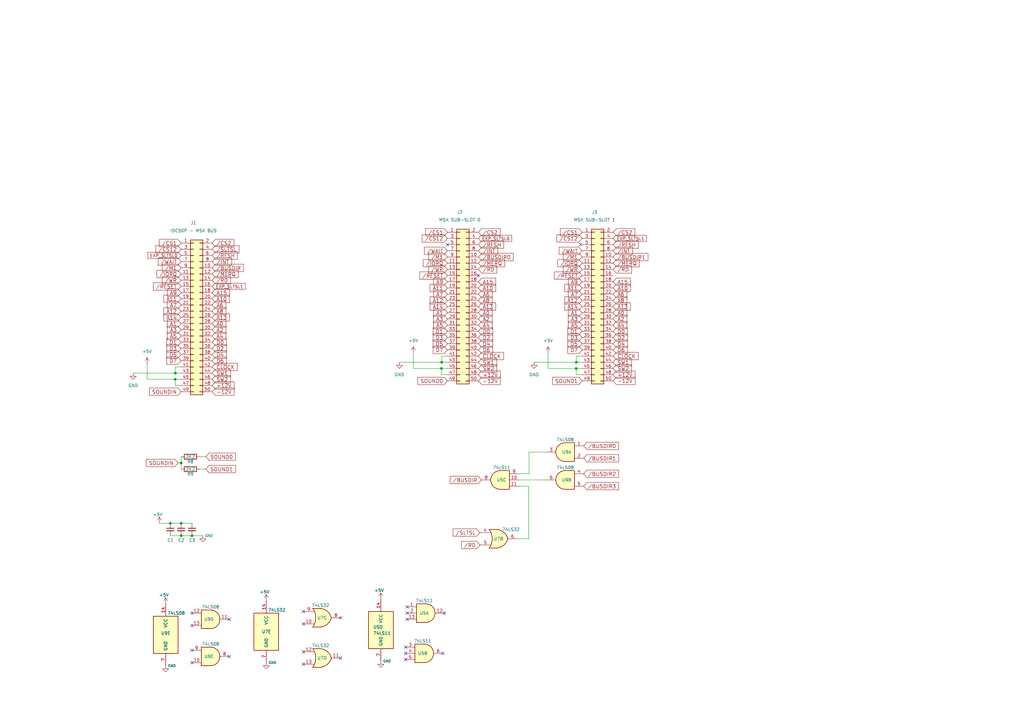
<source format=kicad_sch>
(kicad_sch (version 20211123) (generator eeschema)
  (paper "A3")
  (title_block (title "MSX Slot Expander X4") (date "2023-02-23") (rev "1") (company "RCC") (comment 1 "Schema 2: Expander"))
  (lib_symbols
    (symbol "74xx:74LS08" (pin_names (offset 1.016))
      (property "Reference" "U" (at 0 1.27 0))
      (property "Value" "74LS08" (at 0 -1.27 0))
      (symbol "74LS08_1_1"
        (pin input line (at -7.62 2.54 0) (length 3.81) (name "~") (number "1"))
        (pin input line (at -7.62 -2.54 0) (length 3.81) (name "~") (number "2"))
        (pin output line (at 7.62 0 180) (length 3.81) (name "~") (number "3"))
      )
      (symbol "74LS08_1_2"
        (pin input inverted (at -7.62 2.54 0) (length 4.318) (name "~") (number "1"))
        (pin input inverted (at -7.62 -2.54 0) (length 4.318) (name "~") (number "2"))
        (pin output inverted (at 7.62 0 180) (length 3.81) (name "~") (number "3"))
      )
      (symbol "74LS08_2_1"
        (pin input line (at -7.62 2.54 0) (length 3.81) (name "~") (number "4"))
        (pin input line (at -7.62 -2.54 0) (length 3.81) (name "~") (number "5"))
        (pin output line (at 7.62 0 180) (length 3.81) (name "~") (number "6"))
      )
      (symbol "74LS08_2_2"
        (pin input inverted (at -7.62 2.54 0) (length 4.318) (name "~") (number "4"))
        (pin input inverted (at -7.62 -2.54 0) (length 4.318) (name "~") (number "5"))
        (pin output inverted (at 7.62 0 180) (length 3.81) (name "~") (number "6"))
      )
      (symbol "74LS08_3_1"
        (pin input line (at -7.62 -2.54 0) (length 3.81) (name "~") (number "10"))
        (pin output line (at 7.62 0 180) (length 3.81) (name "~") (number "8"))
        (pin input line (at -7.62 2.54 0) (length 3.81) (name "~") (number "9"))
      )
      (symbol "74LS08_3_2"
        (pin input inverted (at -7.62 -2.54 0) (length 4.318) (name "~") (number "10"))
        (pin output inverted (at 7.62 0 180) (length 3.81) (name "~") (number "8"))
        (pin input inverted (at -7.62 2.54 0) (length 4.318) (name "~") (number "9"))
      )
      (symbol "74LS08_4_1"
        (pin output line (at 7.62 0 180) (length 3.81) (name "~") (number "11"))
        (pin input line (at -7.62 2.54 0) (length 3.81) (name "~") (number "12"))
        (pin input line (at -7.62 -2.54 0) (length 3.81) (name "~") (number "13"))
      )
      (symbol "74LS08_4_2"
        (pin output inverted (at 7.62 0 180) (length 3.81) (name "~") (number "11"))
        (pin input inverted (at -7.62 2.54 0) (length 4.318) (name "~") (number "12"))
        (pin input inverted (at -7.62 -2.54 0) (length 4.318) (name "~") (number "13"))
      )
      (symbol "74LS08_5_0"
        (pin power_in line (at 0 12.7 270) (length 5.08) (name "VCC") (number "14"))
        (pin power_in line (at 0 -12.7 90) (length 5.08) (name "GND") (number "7"))
      )
    )
    (symbol "74xx:74LS11" (pin_names (offset 1.016))
      (property "Reference" "U" (at 0 1.27 0))
      (property "Value" "74LS11" (at 0 -1.27 0))
      (symbol "74LS11_1_1"
        (pin input line (at -7.62 2.54 0) (length 3.81) (name "~") (number "1"))
        (pin output line (at 7.62 0 180) (length 3.81) (name "~") (number "12"))
        (pin input line (at -7.62 -2.54 0) (length 3.81) (name "~") (number "13"))
        (pin input line (at -7.62 0 0) (length 3.81) (name "~") (number "2"))
      )
      (symbol "74LS11_1_2"
        (pin input inverted (at -7.62 2.54 0) (length 4.318) (name "~") (number "1"))
        (pin output inverted (at 7.62 0 180) (length 3.81) (name "~") (number "12"))
        (pin input inverted (at -7.62 -2.54 0) (length 4.318) (name "~") (number "13"))
        (pin input inverted (at -7.62 0 0) (length 4.953) (name "~") (number "2"))
      )
      (symbol "74LS11_2_1"
        (pin input line (at -7.62 2.54 0) (length 3.81) (name "~") (number "3"))
        (pin input line (at -7.62 0 0) (length 3.81) (name "~") (number "4"))
        (pin input line (at -7.62 -2.54 0) (length 3.81) (name "~") (number "5"))
        (pin output line (at 7.62 0 180) (length 3.81) (name "~") (number "6"))
      )
      (symbol "74LS11_2_2"
        (pin input inverted (at -7.62 2.54 0) (length 4.318) (name "~") (number "3"))
        (pin input inverted (at -7.62 0 0) (length 4.953) (name "~") (number "4"))
        (pin input inverted (at -7.62 -2.54 0) (length 4.318) (name "~") (number "5"))
        (pin output inverted (at 7.62 0 180) (length 3.81) (name "~") (number "6"))
      )
      (symbol "74LS11_3_1"
        (pin input line (at -7.62 0 0) (length 3.81) (name "~") (number "10"))
        (pin input line (at -7.62 -2.54 0) (length 3.81) (name "~") (number "11"))
        (pin output line (at 7.62 0 180) (length 3.81) (name "~") (number "8"))
        (pin input line (at -7.62 2.54 0) (length 3.81) (name "~") (number "9"))
      )
      (symbol "74LS11_3_2"
        (pin input inverted (at -7.62 0 0) (length 4.953) (name "~") (number "10"))
        (pin input inverted (at -7.62 -2.54 0) (length 4.318) (name "~") (number "11"))
        (pin output inverted (at 7.62 0 180) (length 3.81) (name "~") (number "8"))
        (pin input inverted (at -7.62 2.54 0) (length 4.318) (name "~") (number "9"))
      )
      (symbol "74LS11_4_0"
        (pin power_in line (at 0 12.7 270) (length 5.08) (name "VCC") (number "14"))
        (pin power_in line (at 0 -12.7 90) (length 5.08) (name "GND") (number "7"))
      )
    )
    (symbol "74xx:74LS32" (pin_names (offset 1.016))
      (property "Reference" "U" (at 0 1.27 0))
      (property "Value" "74LS32" (at 0 -1.27 0))
      (symbol "74LS32_1_1"
        (pin input line (at -7.62 2.54 0) (length 4.318) (name "~") (number "1"))
        (pin input line (at -7.62 -2.54 0) (length 4.318) (name "~") (number "2"))
        (pin output line (at 7.62 0 180) (length 3.81) (name "~") (number "3"))
      )
      (symbol "74LS32_1_2"
        (pin input inverted (at -7.62 2.54 0) (length 3.81) (name "~") (number "1"))
        (pin input inverted (at -7.62 -2.54 0) (length 3.81) (name "~") (number "2"))
        (pin output inverted (at 7.62 0 180) (length 3.81) (name "~") (number "3"))
      )
      (symbol "74LS32_2_1"
        (pin input line (at -7.62 2.54 0) (length 4.318) (name "~") (number "4"))
        (pin input line (at -7.62 -2.54 0) (length 4.318) (name "~") (number "5"))
        (pin output line (at 7.62 0 180) (length 3.81) (name "~") (number "6"))
      )
      (symbol "74LS32_2_2"
        (pin input inverted (at -7.62 2.54 0) (length 3.81) (name "~") (number "4"))
        (pin input inverted (at -7.62 -2.54 0) (length 3.81) (name "~") (number "5"))
        (pin output inverted (at 7.62 0 180) (length 3.81) (name "~") (number "6"))
      )
      (symbol "74LS32_3_1"
        (pin input line (at -7.62 -2.54 0) (length 4.318) (name "~") (number "10"))
        (pin output line (at 7.62 0 180) (length 3.81) (name "~") (number "8"))
        (pin input line (at -7.62 2.54 0) (length 4.318) (name "~") (number "9"))
      )
      (symbol "74LS32_3_2"
        (pin input inverted (at -7.62 -2.54 0) (length 3.81) (name "~") (number "10"))
        (pin output inverted (at 7.62 0 180) (length 3.81) (name "~") (number "8"))
        (pin input inverted (at -7.62 2.54 0) (length 3.81) (name "~") (number "9"))
      )
      (symbol "74LS32_4_1"
        (pin output line (at 7.62 0 180) (length 3.81) (name "~") (number "11"))
        (pin input line (at -7.62 2.54 0) (length 4.318) (name "~") (number "12"))
        (pin input line (at -7.62 -2.54 0) (length 4.318) (name "~") (number "13"))
      )
      (symbol "74LS32_4_2"
        (pin output inverted (at 7.62 0 180) (length 3.81) (name "~") (number "11"))
        (pin input inverted (at -7.62 2.54 0) (length 3.81) (name "~") (number "12"))
        (pin input inverted (at -7.62 -2.54 0) (length 3.81) (name "~") (number "13"))
      )
      (symbol "74LS32_5_0"
        (pin power_in line (at 0 12.7 270) (length 5.08) (name "VCC") (number "14"))
        (pin power_in line (at 0 -12.7 90) (length 5.08) (name "GND") (number "7"))
      )
    )
    (symbol "MSXIOSlot-rescue:C_Small" (pin_numbers hide) (pin_names (offset 0.254) hide)
      (property "Reference" "C" (at 0.254 1.778 0))
      (property "Value" "C_Small" (at 0.254 -2.032 0))
      (symbol "C_Small_1_1"
        (pin passive line (at 0 2.54 270) (length 2.032) (name "~") (number "1"))
        (pin passive line (at 0 -2.54 90) (length 2.032) (name "~") (number "2"))
      )
    )
    (symbol "MSXIOSlot-rescue:Conn_02x25_Odd_Even" (pin_names (offset 1.016) hide)
      (property "Reference" "J" (at 1.27 33.02 0))
      (property "Value" "Conn_02x25_Odd_Even" (at 1.27 -33.02 0))
      (symbol "Conn_02x25_Odd_Even_1_1"
        (pin passive line (at -5.08 30.48 0) (length 3.81) (name "Pin_1") (number "1"))
        (pin passive line (at 7.62 20.32 180) (length 3.81) (name "Pin_10") (number "10"))
        (pin passive line (at -5.08 17.78 0) (length 3.81) (name "Pin_11") (number "11"))
        (pin passive line (at 7.62 17.78 180) (length 3.81) (name "Pin_12") (number "12"))
        (pin passive line (at -5.08 15.24 0) (length 3.81) (name "Pin_13") (number "13"))
        (pin passive line (at 7.62 15.24 180) (length 3.81) (name "Pin_14") (number "14"))
        (pin passive line (at -5.08 12.7 0) (length 3.81) (name "Pin_15") (number "15"))
        (pin passive line (at 7.62 12.7 180) (length 3.81) (name "Pin_16") (number "16"))
        (pin passive line (at -5.08 10.16 0) (length 3.81) (name "Pin_17") (number "17"))
        (pin passive line (at 7.62 10.16 180) (length 3.81) (name "Pin_18") (number "18"))
        (pin passive line (at -5.08 7.62 0) (length 3.81) (name "Pin_19") (number "19"))
        (pin passive line (at 7.62 30.48 180) (length 3.81) (name "Pin_2") (number "2"))
        (pin passive line (at 7.62 7.62 180) (length 3.81) (name "Pin_20") (number "20"))
        (pin passive line (at -5.08 5.08 0) (length 3.81) (name "Pin_21") (number "21"))
        (pin passive line (at 7.62 5.08 180) (length 3.81) (name "Pin_22") (number "22"))
        (pin passive line (at -5.08 2.54 0) (length 3.81) (name "Pin_23") (number "23"))
        (pin passive line (at 7.62 2.54 180) (length 3.81) (name "Pin_24") (number "24"))
        (pin passive line (at -5.08 0 0) (length 3.81) (name "Pin_25") (number "25"))
        (pin passive line (at 7.62 0 180) (length 3.81) (name "Pin_26") (number "26"))
        (pin passive line (at -5.08 -2.54 0) (length 3.81) (name "Pin_27") (number "27"))
        (pin passive line (at 7.62 -2.54 180) (length 3.81) (name "Pin_28") (number "28"))
        (pin passive line (at -5.08 -5.08 0) (length 3.81) (name "Pin_29") (number "29"))
        (pin passive line (at -5.08 27.94 0) (length 3.81) (name "Pin_3") (number "3"))
        (pin passive line (at 7.62 -5.08 180) (length 3.81) (name "Pin_30") (number "30"))
        (pin passive line (at -5.08 -7.62 0) (length 3.81) (name "Pin_31") (number "31"))
        (pin passive line (at 7.62 -7.62 180) (length 3.81) (name "Pin_32") (number "32"))
        (pin passive line (at -5.08 -10.16 0) (length 3.81) (name "Pin_33") (number "33"))
        (pin passive line (at 7.62 -10.16 180) (length 3.81) (name "Pin_34") (number "34"))
        (pin passive line (at -5.08 -12.7 0) (length 3.81) (name "Pin_35") (number "35"))
        (pin passive line (at 7.62 -12.7 180) (length 3.81) (name "Pin_36") (number "36"))
        (pin passive line (at -5.08 -15.24 0) (length 3.81) (name "Pin_37") (number "37"))
        (pin passive line (at 7.62 -15.24 180) (length 3.81) (name "Pin_38") (number "38"))
        (pin passive line (at -5.08 -17.78 0) (length 3.81) (name "Pin_39") (number "39"))
        (pin passive line (at 7.62 27.94 180) (length 3.81) (name "Pin_4") (number "4"))
        (pin passive line (at 7.62 -17.78 180) (length 3.81) (name "Pin_40") (number "40"))
        (pin passive line (at -5.08 -20.32 0) (length 3.81) (name "Pin_41") (number "41"))
        (pin passive line (at 7.62 -20.32 180) (length 3.81) (name "Pin_42") (number "42"))
        (pin passive line (at -5.08 -22.86 0) (length 3.81) (name "Pin_43") (number "43"))
        (pin passive line (at 7.62 -22.86 180) (length 3.81) (name "Pin_44") (number "44"))
        (pin passive line (at -5.08 -25.4 0) (length 3.81) (name "Pin_45") (number "45"))
        (pin passive line (at 7.62 -25.4 180) (length 3.81) (name "Pin_46") (number "46"))
        (pin passive line (at -5.08 -27.94 0) (length 3.81) (name "Pin_47") (number "47"))
        (pin passive line (at 7.62 -27.94 180) (length 3.81) (name "Pin_48") (number "48"))
        (pin passive line (at -5.08 -30.48 0) (length 3.81) (name "Pin_49") (number "49"))
        (pin passive line (at -5.08 25.4 0) (length 3.81) (name "Pin_5") (number "5"))
        (pin passive line (at 7.62 -30.48 180) (length 3.81) (name "Pin_50") (number "50"))
        (pin passive line (at 7.62 25.4 180) (length 3.81) (name "Pin_6") (number "6"))
        (pin passive line (at -5.08 22.86 0) (length 3.81) (name "Pin_7") (number "7"))
        (pin passive line (at 7.62 22.86 180) (length 3.81) (name "Pin_8") (number "8"))
        (pin passive line (at -5.08 20.32 0) (length 3.81) (name "Pin_9") (number "9"))
      )
    )
    (symbol "MSXIOSlot-rescue:R" (pin_numbers hide) (pin_names (offset 0))
      (property "Reference" "R" (at 2.032 0 90))
      (property "Value" "R" (at 0 0 90))
      (symbol "R_1_1"
        (pin passive line (at 0 3.81 270) (length 1.27) (name "~") (number "1"))
        (pin passive line (at 0 -3.81 90) (length 1.27) (name "~") (number "2"))
      )
    )
    (symbol "power:+5V" (power) (pin_names (offset 0))
      (property "Value" "+5V" (at 0 3.556 0))
      (symbol "+5V_1_1"
        (pin power_in line (at 0 0 90) (length 0) hide (name "+5V") (number "1"))
      )
    )
    (symbol "power:GND" (power) (pin_names (offset 0))
      (property "Value" "GND" (at 0 -3.81 0))
      (symbol "GND_1_1"
        (pin power_in line (at 0 0 270) (length 0) hide (name "GND") (number "1"))
      )
    )
  )
  (junction (at 69.85 214.63))
  (junction (at 71.8507 155.575))
  (junction (at 78.74 219.71))
  (junction (at 236.4042 148.59))
  (junction (at 181.1592 148.59))
  (junction (at 181.0707 151.13))
  (junction (at 236.3157 151.13))
  (junction (at 74.295 219.71))
  (junction (at 74.295 189.865))
  (junction (at 74.295 214.63))
  (junction (at 71.9392 153.035))
  (no_connect (at 124.46 272.415))
  (no_connect (at 139.7 269.875))
  (no_connect (at 238.125 100.33))
  (no_connect (at 124.46 255.905))
  (no_connect (at 183.515 100.33))
  (no_connect (at 196.215 113.03))
  (no_connect (at 93.98 269.24))
  (no_connect (at 124.46 267.335))
  (no_connect (at 78.74 251.46))
  (no_connect (at 78.74 256.54))
  (no_connect (at 93.98 254))
  (no_connect (at 167.005 248.92))
  (no_connect (at 167.005 251.46))
  (no_connect (at 167.005 254))
  (no_connect (at 181.61 267.97))
  (no_connect (at 182.245 251.46))
  (no_connect (at 166.37 265.43))
  (no_connect (at 166.37 267.97))
  (no_connect (at 166.37 270.51))
  (no_connect (at 124.46 250.825))
  (no_connect (at 139.7 253.365))
  (no_connect (at 78.74 271.78))
  (no_connect (at 78.74 266.7))
  (wire (pts (xy 54.61 153.035) (xy 71.9392 153.035)))
  (wire (pts (xy 60.325 155.575) (xy 71.8507 155.575)))
  (wire (pts (xy 74.295 189.865) (xy 74.295 192.405)))
  (wire (pts (xy 183.515 153.67) (xy 181.0707 153.67)))
  (wire (pts (xy 212.725 196.85) (xy 224.155 196.85)))
  (wire (pts (xy 74.295 214.63) (xy 78.74 214.63)))
  (wire (pts (xy 224.79 151.13) (xy 236.3157 151.13)))
  (wire (pts (xy 71.9392 150.495) (xy 71.9392 153.035)))
  (wire (pts (xy 84.455 187.325) (xy 81.915 187.325)))
  (wire (pts (xy 74.295 158.115) (xy 71.8507 158.115)))
  (wire (pts (xy 71.8507 155.575) (xy 74.295 155.575)))
  (wire (pts (xy 212.725 194.31) (xy 216.9656 194.31)))
  (wire (pts (xy 212.09 220.98) (xy 216.8918 220.98)))
  (wire (pts (xy 74.295 219.71) (xy 78.74 219.71)))
  (wire (pts (xy 169.545 151.13) (xy 181.0707 151.13)))
  (wire (pts (xy 74.295 189.865) (xy 73.025 189.865)))
  (wire (pts (xy 84.455 192.405) (xy 81.915 192.405)))
  (wire (pts (xy 74.295 187.325) (xy 74.295 189.865)))
  (wire (pts (xy 69.85 214.63) (xy 74.295 214.63)))
  (wire (pts (xy 71.9392 153.035) (xy 74.295 153.035)))
  (wire (pts (xy 216.8918 199.39) (xy 212.725 199.39)))
  (wire (pts (xy 216.8918 220.98) (xy 216.8918 199.39)))
  (wire (pts (xy 238.76 146.05) (xy 236.4042 146.05)))
  (wire (pts (xy 71.8507 158.115) (xy 71.8507 155.575)))
  (wire (pts (xy 236.4042 148.59) (xy 238.76 148.59)))
  (wire (pts (xy 238.76 153.67) (xy 236.3157 153.67)))
  (wire (pts (xy 169.545 144.78) (xy 169.545 151.13)))
  (wire (pts (xy 181.1592 148.59) (xy 183.515 148.59)))
  (wire (pts (xy 183.515 146.05) (xy 181.1592 146.05)))
  (wire (pts (xy 236.3157 153.67) (xy 236.3157 151.13)))
  (wire (pts (xy 163.83 148.59) (xy 181.1592 148.59)))
  (wire (pts (xy 69.85 219.71) (xy 74.295 219.71)))
  (wire (pts (xy 216.9656 185.42) (xy 224.155 185.42)))
  (wire (pts (xy 60.325 149.225) (xy 60.325 155.575)))
  (wire (pts (xy 219.075 148.59) (xy 236.4042 148.59)))
  (wire (pts (xy 65.405 214.63) (xy 69.85 214.63)))
  (wire (pts (xy 224.79 144.78) (xy 224.79 151.13)))
  (wire (pts (xy 74.295 150.495) (xy 71.9392 150.495)))
  (wire (pts (xy 181.1592 146.05) (xy 181.1592 148.59)))
  (wire (pts (xy 236.4042 146.05) (xy 236.4042 148.59)))
  (wire (pts (xy 216.9656 194.31) (xy 216.9656 185.42)))
  (wire (pts (xy 181.0707 151.13) (xy 183.515 151.13)))
  (wire (pts (xy 181.0707 153.67) (xy 181.0707 151.13)))
  (wire (pts (xy 78.74 219.71) (xy 83.185 219.71)))
  (wire (pts (xy 236.3157 151.13) (xy 238.76 151.13)))
  (global_label "/MERQ" (shape input) (at 86.995 112.395 0) (effects (font (size 1.524 1.524))) (property "Intersheet References" "${INTERSHEET_REFS}" (effects hide)))
  (global_label "A3" (shape input) (at 238.76 130.81 180) (effects (font (size 1.524 1.524))) (property "Intersheet References" "${INTERSHEET_REFS}" (effects hide)))
  (global_label "/BUSDIR" (shape input) (at 197.485 196.85 180) (effects (font (size 1.524 1.524))) (property "Intersheet References" "${INTERSHEET_REFS}" (effects hide)))
  (global_label "A5" (shape input) (at 74.295 137.795 180) (effects (font (size 1.524 1.524))) (property "Intersheet References" "${INTERSHEET_REFS}" (effects hide)))
  (global_label "/CS12" (shape input) (at 183.515 97.79 180) (effects (font (size 1.524 1.524))) (property "Intersheet References" "${INTERSHEET_REFS}" (effects hide)))
  (global_label "SOUNDIN" (shape input) (at 74.295 160.655 180) (effects (font (size 1.524 1.524))) (property "Intersheet References" "${INTERSHEET_REFS}" (effects hide)))
  (global_label "A5" (shape input) (at 238.76 133.35 180) (effects (font (size 1.524 1.524))) (property "Intersheet References" "${INTERSHEET_REFS}" (effects hide)))
  (global_label "A7" (shape input) (at 74.295 125.095 180) (effects (font (size 1.524 1.524))) (property "Intersheet References" "${INTERSHEET_REFS}" (effects hide)))
  (global_label "A9" (shape input) (at 238.76 115.57 180) (effects (font (size 1.524 1.524))) (property "Intersheet References" "${INTERSHEET_REFS}" (effects hide)))
  (global_label "D7" (shape input) (at 183.515 143.51 180) (effects (font (size 1.524 1.524))) (property "Intersheet References" "${INTERSHEET_REFS}" (effects hide)))
  (global_label "/IORQ" (shape input) (at 183.515 107.95 180) (effects (font (size 1.524 1.524))) (property "Intersheet References" "${INTERSHEET_REFS}" (effects hide)))
  (global_label "/IORQ" (shape input) (at 74.295 112.395 180) (effects (font (size 1.524 1.524))) (property "Intersheet References" "${INTERSHEET_REFS}" (effects hide)))
  (global_label "SOUND0" (shape input) (at 84.455 187.325 0) (effects (font (size 1.524 1.524))) (property "Intersheet References" "${INTERSHEET_REFS}" (effects hide)))
  (global_label "CLOCK" (shape input) (at 86.995 150.495 0) (effects (font (size 1.524 1.524))) (property "Intersheet References" "${INTERSHEET_REFS}" (effects hide)))
  (global_label "A1" (shape input) (at 238.76 128.27 180) (effects (font (size 1.524 1.524))) (property "Intersheet References" "${INTERSHEET_REFS}" (effects hide)))
  (global_label "A7" (shape input) (at 238.76 120.65 180) (effects (font (size 1.524 1.524))) (property "Intersheet References" "${INTERSHEET_REFS}" (effects hide)))
  (global_label "A6" (shape input) (at 86.995 125.095 0) (effects (font (size 1.524 1.524))) (property "Intersheet References" "${INTERSHEET_REFS}" (effects hide)))
  (global_label "D3" (shape input) (at 74.295 142.875 180) (effects (font (size 1.524 1.524))) (property "Intersheet References" "${INTERSHEET_REFS}" (effects hide)))
  (global_label "D1" (shape input) (at 238.76 135.89 180) (effects (font (size 1.524 1.524))) (property "Intersheet References" "${INTERSHEET_REFS}" (effects hide)))
  (global_label "/BUSDIR" (shape input) (at 86.995 109.855 0) (effects (font (size 1.524 1.524))) (property "Intersheet References" "${INTERSHEET_REFS}" (effects hide)))
  (global_label "D6" (shape input) (at 251.46 143.51 0) (effects (font (size 1.524 1.524))) (property "Intersheet References" "${INTERSHEET_REFS}" (effects hide)))
  (global_label "/INT" (shape input) (at 251.46 102.87 0) (effects (font (size 1.524 1.524))) (property "Intersheet References" "${INTERSHEET_REFS}" (effects hide)))
  (global_label "A14" (shape input) (at 183.515 125.73 180) (effects (font (size 1.524 1.524))) (property "Intersheet References" "${INTERSHEET_REFS}" (effects hide)))
  (global_label "/RFSH" (shape input) (at 196.215 100.33 0) (effects (font (size 1.524 1.524))) (property "Intersheet References" "${INTERSHEET_REFS}" (effects hide)))
  (global_label "/M1" (shape input) (at 74.295 109.855 180) (effects (font (size 1.524 1.524))) (property "Intersheet References" "${INTERSHEET_REFS}" (effects hide)))
  (global_label "/M1" (shape input) (at 183.515 105.41 180) (effects (font (size 1.524 1.524))) (property "Intersheet References" "${INTERSHEET_REFS}" (effects hide)))
  (global_label "CLOCK" (shape input) (at 251.46 146.05 0) (effects (font (size 1.524 1.524))) (property "Intersheet References" "${INTERSHEET_REFS}" (effects hide)))
  (global_label "A15" (shape input) (at 251.46 115.57 0) (effects (font (size 1.524 1.524))) (property "Intersheet References" "${INTERSHEET_REFS}" (effects hide)))
  (global_label "EXP_SLTSL0" (shape input) (at 74.295 104.775 180) (property "Intersheet References" "${INTERSHEET_REFS}" (effects hide)))
  (global_label "A7" (shape input) (at 183.515 120.65 180) (effects (font (size 1.524 1.524))) (property "Intersheet References" "${INTERSHEET_REFS}" (effects hide)))
  (global_label "A0" (shape input) (at 86.995 132.715 0) (effects (font (size 1.524 1.524))) (property "Intersheet References" "${INTERSHEET_REFS}" (effects hide)))
  (global_label "D6" (shape input) (at 86.995 147.955 0) (effects (font (size 1.524 1.524))) (property "Intersheet References" "${INTERSHEET_REFS}" (effects hide)))
  (global_label "/INT" (shape input) (at 196.215 102.87 0) (effects (font (size 1.524 1.524))) (property "Intersheet References" "${INTERSHEET_REFS}" (effects hide)))
  (global_label "{slash}RD" (shape input) (at 196.85 223.52 180) (effects (font (size 1.524 1.524))) (property "Intersheet References" "${INTERSHEET_REFS}" (effects hide)))
  (global_label "{slash}RD" (shape input) (at 86.995 114.935 0) (effects (font (size 1.524 1.524))) (property "Intersheet References" "${INTERSHEET_REFS}" (effects hide)))
  (global_label "{slash}BUSDIR0" (shape input) (at 196.215 105.41 0) (effects (font (size 1.524 1.524))) (property "Intersheet References" "${INTERSHEET_REFS}" (effects hide)))
  (global_label "A10" (shape input) (at 196.215 118.11 0) (effects (font (size 1.524 1.524))) (property "Intersheet References" "${INTERSHEET_REFS}" (effects hide)))
  (global_label "/WAIT" (shape input) (at 74.295 107.315 180) (effects (font (size 1.524 1.524))) (property "Intersheet References" "${INTERSHEET_REFS}" (effects hide)))
  (global_label "A5" (shape input) (at 183.515 133.35 180) (effects (font (size 1.524 1.524))) (property "Intersheet References" "${INTERSHEET_REFS}" (effects hide)))
  (global_label "A2" (shape input) (at 196.215 130.81 0) (effects (font (size 1.524 1.524))) (property "Intersheet References" "${INTERSHEET_REFS}" (effects hide)))
  (global_label "D5" (shape input) (at 183.515 140.97 180) (effects (font (size 1.524 1.524))) (property "Intersheet References" "${INTERSHEET_REFS}" (effects hide)))
  (global_label "A0" (shape input) (at 251.46 128.27 0) (effects (font (size 1.524 1.524))) (property "Intersheet References" "${INTERSHEET_REFS}" (effects hide)))
  (global_label "/SLTSL" (shape input) (at 196.85 218.44 180) (effects (font (size 1.524 1.524))) (property "Intersheet References" "${INTERSHEET_REFS}" (effects hide)))
  (global_label "+12V" (shape input) (at 86.995 158.115 0) (effects (font (size 1.524 1.524))) (property "Intersheet References" "${INTERSHEET_REFS}" (effects hide)))
  (global_label "D4" (shape input) (at 196.215 140.97 0) (effects (font (size 1.524 1.524))) (property "Intersheet References" "${INTERSHEET_REFS}" (effects hide)))
  (global_label "/RESET" (shape input) (at 238.76 113.03 180) (effects (font (size 1.524 1.524))) (property "Intersheet References" "${INTERSHEET_REFS}" (effects hide)))
  (global_label "/WAIT" (shape input) (at 183.515 102.87 180) (effects (font (size 1.524 1.524))) (property "Intersheet References" "${INTERSHEET_REFS}" (effects hide)))
  (global_label "A13" (shape input) (at 251.46 125.73 0) (effects (font (size 1.524 1.524))) (property "Intersheet References" "${INTERSHEET_REFS}" (effects hide)))
  (global_label "A14" (shape input) (at 238.76 125.73 180) (effects (font (size 1.524 1.524))) (property "Intersheet References" "${INTERSHEET_REFS}" (effects hide)))
  (global_label "D3" (shape input) (at 183.515 138.43 180) (effects (font (size 1.524 1.524))) (property "Intersheet References" "${INTERSHEET_REFS}" (effects hide)))
  (global_label "D5" (shape input) (at 74.295 145.415 180) (effects (font (size 1.524 1.524))) (property "Intersheet References" "${INTERSHEET_REFS}" (effects hide)))
  (global_label "A14" (shape input) (at 74.295 130.175 180) (effects (font (size 1.524 1.524))) (property "Intersheet References" "${INTERSHEET_REFS}" (effects hide)))
  (global_label "/WR" (shape input) (at 183.515 110.49 180) (effects (font (size 1.524 1.524))) (property "Intersheet References" "${INTERSHEET_REFS}" (effects hide)))
  (global_label "A12" (shape input) (at 74.295 127.635 180) (effects (font (size 1.524 1.524))) (property "Intersheet References" "${INTERSHEET_REFS}" (effects hide)))
  (global_label "/M1" (shape input) (at 238.76 105.41 180) (effects (font (size 1.524 1.524))) (property "Intersheet References" "${INTERSHEET_REFS}" (effects hide)))
  (global_label "/WAIT" (shape input) (at 238.76 102.87 180) (effects (font (size 1.524 1.524))) (property "Intersheet References" "${INTERSHEET_REFS}" (effects hide)))
  (global_label "D2" (shape input) (at 251.46 138.43 0) (effects (font (size 1.524 1.524))) (property "Intersheet References" "${INTERSHEET_REFS}" (effects hide)))
  (global_label "D4" (shape input) (at 86.995 145.415 0) (effects (font (size 1.524 1.524))) (property "Intersheet References" "${INTERSHEET_REFS}" (effects hide)))
  (global_label "A4" (shape input) (at 251.46 133.35 0) (effects (font (size 1.524 1.524))) (property "Intersheet References" "${INTERSHEET_REFS}" (effects hide)))
  (global_label "-12V" (shape input) (at 251.46 156.21 0) (effects (font (size 1.524 1.524))) (property "Intersheet References" "${INTERSHEET_REFS}" (effects hide)))
  (global_label "/INT" (shape input) (at 86.995 107.315 0) (effects (font (size 1.524 1.524))) (property "Intersheet References" "${INTERSHEET_REFS}" (effects hide)))
  (global_label "{slash}BUSDIR0" (shape input) (at 239.395 182.88 0) (effects (font (size 1.524 1.524))) (property "Intersheet References" "${INTERSHEET_REFS}" (effects hide)))
  (global_label "A13" (shape input) (at 196.215 125.73 0) (effects (font (size 1.524 1.524))) (property "Intersheet References" "${INTERSHEET_REFS}" (effects hide)))
  (global_label "{slash}RD" (shape input) (at 196.215 110.49 0) (effects (font (size 1.524 1.524))) (property "Intersheet References" "${INTERSHEET_REFS}" (effects hide)))
  (global_label "/MERQ" (shape input) (at 196.215 107.95 0) (effects (font (size 1.524 1.524))) (property "Intersheet References" "${INTERSHEET_REFS}" (effects hide)))
  (global_label "D7" (shape input) (at 74.295 147.955 180) (effects (font (size 1.524 1.524))) (property "Intersheet References" "${INTERSHEET_REFS}" (effects hide)))
  (global_label "SW1" (shape input) (at 196.215 148.59 0) (effects (font (size 1.524 1.524))) (property "Intersheet References" "${INTERSHEET_REFS}" (effects hide)))
  (global_label "/SLTSL" (shape input) (at 86.995 102.235 0) (effects (font (size 1.524 1.524))) (property "Intersheet References" "${INTERSHEET_REFS}" (effects hide)))
  (global_label "EXP_SLTSL1" (shape input) (at 251.46 97.79 0) (property "Intersheet References" "${INTERSHEET_REFS}" (effects hide)))
  (global_label "/RESET" (shape input) (at 74.295 117.475 180) (effects (font (size 1.524 1.524))) (property "Intersheet References" "${INTERSHEET_REFS}" (effects hide)))
  (global_label "-12V" (shape input) (at 86.995 160.655 0) (effects (font (size 1.524 1.524))) (property "Intersheet References" "${INTERSHEET_REFS}" (effects hide)))
  (global_label "D1" (shape input) (at 74.295 140.335 180) (effects (font (size 1.524 1.524))) (property "Intersheet References" "${INTERSHEET_REFS}" (effects hide)))
  (global_label "SW1" (shape input) (at 86.995 153.035 0) (effects (font (size 1.524 1.524))) (property "Intersheet References" "${INTERSHEET_REFS}" (effects hide)))
  (global_label "A11" (shape input) (at 238.76 118.11 180) (effects (font (size 1.524 1.524))) (property "Intersheet References" "${INTERSHEET_REFS}" (effects hide)))
  (global_label "D6" (shape input) (at 196.215 143.51 0) (effects (font (size 1.524 1.524))) (property "Intersheet References" "${INTERSHEET_REFS}" (effects hide)))
  (global_label "D0" (shape input) (at 196.215 135.89 0) (effects (font (size 1.524 1.524))) (property "Intersheet References" "${INTERSHEET_REFS}" (effects hide)))
  (global_label "A9" (shape input) (at 183.515 115.57 180) (effects (font (size 1.524 1.524))) (property "Intersheet References" "${INTERSHEET_REFS}" (effects hide)))
  (global_label "A8" (shape input) (at 251.46 123.19 0) (effects (font (size 1.524 1.524))) (property "Intersheet References" "${INTERSHEET_REFS}" (effects hide)))
  (global_label "-12V" (shape input) (at 196.215 156.21 0) (effects (font (size 1.524 1.524))) (property "Intersheet References" "${INTERSHEET_REFS}" (effects hide)))
  (global_label "D4" (shape input) (at 251.46 140.97 0) (effects (font (size 1.524 1.524))) (property "Intersheet References" "${INTERSHEET_REFS}" (effects hide)))
  (global_label "A10" (shape input) (at 86.995 122.555 0) (effects (font (size 1.524 1.524))) (property "Intersheet References" "${INTERSHEET_REFS}" (effects hide)))
  (global_label "{slash}BUSDIR2" (shape input) (at 239.395 194.31 0) (effects (font (size 1.524 1.524))) (property "Intersheet References" "${INTERSHEET_REFS}" (effects hide)))
  (global_label "/RFSH" (shape input) (at 251.46 100.33 0) (effects (font (size 1.524 1.524))) (property "Intersheet References" "${INTERSHEET_REFS}" (effects hide)))
  (global_label "D0" (shape input) (at 251.46 135.89 0) (effects (font (size 1.524 1.524))) (property "Intersheet References" "${INTERSHEET_REFS}" (effects hide)))
  (global_label "/CS1" (shape input) (at 74.295 99.695 180) (effects (font (size 1.524 1.524))) (property "Intersheet References" "${INTERSHEET_REFS}" (effects hide)))
  (global_label "A6" (shape input) (at 196.215 120.65 0) (effects (font (size 1.524 1.524))) (property "Intersheet References" "${INTERSHEET_REFS}" (effects hide)))
  (global_label "{slash}BUSDIR1" (shape input) (at 239.395 187.96 0) (effects (font (size 1.524 1.524))) (property "Intersheet References" "${INTERSHEET_REFS}" (effects hide)))
  (global_label "A11" (shape input) (at 74.295 122.555 180) (effects (font (size 1.524 1.524))) (property "Intersheet References" "${INTERSHEET_REFS}" (effects hide)))
  (global_label "D5" (shape input) (at 238.76 140.97 180) (effects (font (size 1.524 1.524))) (property "Intersheet References" "${INTERSHEET_REFS}" (effects hide)))
  (global_label "/IORQ" (shape input) (at 238.76 107.95 180) (effects (font (size 1.524 1.524))) (property "Intersheet References" "${INTERSHEET_REFS}" (effects hide)))
  (global_label "A2" (shape input) (at 86.995 135.255 0) (effects (font (size 1.524 1.524))) (property "Intersheet References" "${INTERSHEET_REFS}" (effects hide)))
  (global_label "SOUND1" (shape input) (at 238.76 156.21 180) (effects (font (size 1.524 1.524))) (property "Intersheet References" "${INTERSHEET_REFS}" (effects hide)))
  (global_label "A0" (shape input) (at 196.215 128.27 0) (effects (font (size 1.524 1.524))) (property "Intersheet References" "${INTERSHEET_REFS}" (effects hide)))
  (global_label "/RESET" (shape input) (at 183.515 113.03 180) (effects (font (size 1.524 1.524))) (property "Intersheet References" "${INTERSHEET_REFS}" (effects hide)))
  (global_label "{slash}BUSDIR1" (shape input) (at 251.46 105.41 0) (effects (font (size 1.524 1.524))) (property "Intersheet References" "${INTERSHEET_REFS}" (effects hide)))
  (global_label "/CS12" (shape input) (at 238.76 97.79 180) (effects (font (size 1.524 1.524))) (property "Intersheet References" "${INTERSHEET_REFS}" (effects hide)))
  (global_label "/CS1" (shape input) (at 238.76 95.25 180) (effects (font (size 1.524 1.524))) (property "Intersheet References" "${INTERSHEET_REFS}" (effects hide)))
  (global_label "/RFSH" (shape input) (at 86.995 104.775 0) (effects (font (size 1.524 1.524))) (property "Intersheet References" "${INTERSHEET_REFS}" (effects hide)))
  (global_label "A6" (shape input) (at 251.46 120.65 0) (effects (font (size 1.524 1.524))) (property "Intersheet References" "${INTERSHEET_REFS}" (effects hide)))
  (global_label "/CS1" (shape input) (at 183.515 95.25 180) (effects (font (size 1.524 1.524))) (property "Intersheet References" "${INTERSHEET_REFS}" (effects hide)))
  (global_label "CLOCK" (shape input) (at 196.215 146.05 0) (effects (font (size 1.524 1.524))) (property "Intersheet References" "${INTERSHEET_REFS}" (effects hide)))
  (global_label "D2" (shape input) (at 196.215 138.43 0) (effects (font (size 1.524 1.524))) (property "Intersheet References" "${INTERSHEET_REFS}" (effects hide)))
  (global_label "/CS2" (shape input) (at 86.995 99.695 0) (effects (font (size 1.524 1.524))) (property "Intersheet References" "${INTERSHEET_REFS}" (effects hide)))
  (global_label "SW2" (shape input) (at 196.215 151.13 0) (effects (font (size 1.524 1.524))) (property "Intersheet References" "${INTERSHEET_REFS}" (effects hide)))
  (global_label "/CS2" (shape input) (at 196.215 95.25 0) (effects (font (size 1.524 1.524))) (property "Intersheet References" "${INTERSHEET_REFS}" (effects hide)))
  (global_label "/WR" (shape input) (at 238.76 110.49 180) (effects (font (size 1.524 1.524))) (property "Intersheet References" "${INTERSHEET_REFS}" (effects hide)))
  (global_label "A2" (shape input) (at 251.46 130.81 0) (effects (font (size 1.524 1.524))) (property "Intersheet References" "${INTERSHEET_REFS}" (effects hide)))
  (global_label "SOUND1" (shape input) (at 84.455 192.405 0) (effects (font (size 1.524 1.524))) (property "Intersheet References" "${INTERSHEET_REFS}" (effects hide)))
  (global_label "{slash}BUSDIR3" (shape input) (at 239.395 199.39 0) (effects (font (size 1.524 1.524))) (property "Intersheet References" "${INTERSHEET_REFS}" (effects hide)))
  (global_label "/MERQ" (shape input) (at 251.46 107.95 0) (effects (font (size 1.524 1.524))) (property "Intersheet References" "${INTERSHEET_REFS}" (effects hide)))
  (global_label "A15" (shape input) (at 86.995 120.015 0) (effects (font (size 1.524 1.524))) (property "Intersheet References" "${INTERSHEET_REFS}" (effects hide)))
  (global_label "/CS12" (shape input) (at 74.295 102.235 180) (effects (font (size 1.524 1.524))) (property "Intersheet References" "${INTERSHEET_REFS}" (effects hide)))
  (global_label "A8" (shape input) (at 196.215 123.19 0) (effects (font (size 1.524 1.524))) (property "Intersheet References" "${INTERSHEET_REFS}" (effects hide)))
  (global_label "A12" (shape input) (at 183.515 123.19 180) (effects (font (size 1.524 1.524))) (property "Intersheet References" "${INTERSHEET_REFS}" (effects hide)))
  (global_label "{slash}RD" (shape input) (at 251.46 110.49 0) (effects (font (size 1.524 1.524))) (property "Intersheet References" "${INTERSHEET_REFS}" (effects hide)))
  (global_label "A4" (shape input) (at 196.215 133.35 0) (effects (font (size 1.524 1.524))) (property "Intersheet References" "${INTERSHEET_REFS}" (effects hide)))
  (global_label "A3" (shape input) (at 183.515 130.81 180) (effects (font (size 1.524 1.524))) (property "Intersheet References" "${INTERSHEET_REFS}" (effects hide)))
  (global_label "+12V" (shape input) (at 251.46 153.67 0) (effects (font (size 1.524 1.524))) (property "Intersheet References" "${INTERSHEET_REFS}" (effects hide)))
  (global_label "D0" (shape input) (at 86.995 140.335 0) (effects (font (size 1.524 1.524))) (property "Intersheet References" "${INTERSHEET_REFS}" (effects hide)))
  (global_label "A15" (shape input) (at 196.215 115.57 0) (effects (font (size 1.524 1.524))) (property "Intersheet References" "${INTERSHEET_REFS}" (effects hide)))
  (global_label "A4" (shape input) (at 86.995 137.795 0) (effects (font (size 1.524 1.524))) (property "Intersheet References" "${INTERSHEET_REFS}" (effects hide)))
  (global_label "A13" (shape input) (at 86.995 130.175 0) (effects (font (size 1.524 1.524))) (property "Intersheet References" "${INTERSHEET_REFS}" (effects hide)))
  (global_label "SW2" (shape input) (at 86.995 155.575 0) (effects (font (size 1.524 1.524))) (property "Intersheet References" "${INTERSHEET_REFS}" (effects hide)))
  (global_label "A12" (shape input) (at 238.76 123.19 180) (effects (font (size 1.524 1.524))) (property "Intersheet References" "${INTERSHEET_REFS}" (effects hide)))
  (global_label "D7" (shape input) (at 238.76 143.51 180) (effects (font (size 1.524 1.524))) (property "Intersheet References" "${INTERSHEET_REFS}" (effects hide)))
  (global_label "A9" (shape input) (at 74.295 120.015 180) (effects (font (size 1.524 1.524))) (property "Intersheet References" "${INTERSHEET_REFS}" (effects hide)))
  (global_label "EXP_SLTSL1" (shape input) (at 86.995 117.475 0) (property "Intersheet References" "${INTERSHEET_REFS}" (effects hide)))
  (global_label "SW2" (shape input) (at 251.46 151.13 0) (effects (font (size 1.524 1.524))) (property "Intersheet References" "${INTERSHEET_REFS}" (effects hide)))
  (global_label "/WR" (shape input) (at 74.295 114.935 180) (effects (font (size 1.524 1.524))) (property "Intersheet References" "${INTERSHEET_REFS}" (effects hide)))
  (global_label "/CS2" (shape input) (at 251.46 95.25 0) (effects (font (size 1.524 1.524))) (property "Intersheet References" "${INTERSHEET_REFS}" (effects hide)))
  (global_label "D3" (shape input) (at 238.76 138.43 180) (effects (font (size 1.524 1.524))) (property "Intersheet References" "${INTERSHEET_REFS}" (effects hide)))
  (global_label "SOUNDIN" (shape input) (at 73.025 189.865 180) (effects (font (size 1.524 1.524))) (property "Intersheet References" "${INTERSHEET_REFS}" (effects hide)))
  (global_label "D2" (shape input) (at 86.995 142.875 0) (effects (font (size 1.524 1.524))) (property "Intersheet References" "${INTERSHEET_REFS}" (effects hide)))
  (global_label "A8" (shape input) (at 86.995 127.635 0) (effects (font (size 1.524 1.524))) (property "Intersheet References" "${INTERSHEET_REFS}" (effects hide)))
  (global_label "D1" (shape input) (at 183.515 135.89 180) (effects (font (size 1.524 1.524))) (property "Intersheet References" "${INTERSHEET_REFS}" (effects hide)))
  (global_label "SOUND0" (shape input) (at 183.515 156.21 180) (effects (font (size 1.524 1.524))) (property "Intersheet References" "${INTERSHEET_REFS}" (effects hide)))
  (global_label "A11" (shape input) (at 183.515 118.11 180) (effects (font (size 1.524 1.524))) (property "Intersheet References" "${INTERSHEET_REFS}" (effects hide)))
  (global_label "+12V" (shape input) (at 196.215 153.67 0) (effects (font (size 1.524 1.524))) (property "Intersheet References" "${INTERSHEET_REFS}" (effects hide)))
  (global_label "EXP_SLTSL0" (shape input) (at 196.215 97.79 0) (property "Intersheet References" "${INTERSHEET_REFS}" (effects hide)))
  (global_label "A10" (shape input) (at 251.46 118.11 0) (effects (font (size 1.524 1.524))) (property "Intersheet References" "${INTERSHEET_REFS}" (effects hide)))
  (global_label "SW1" (shape input) (at 251.46 148.59 0) (effects (font (size 1.524 1.524))) (property "Intersheet References" "${INTERSHEET_REFS}" (effects hide)))
  (global_label "A3" (shape input) (at 74.295 135.255 180) (effects (font (size 1.524 1.524))) (property "Intersheet References" "${INTERSHEET_REFS}" (effects hide)))
  (global_label "A1" (shape input) (at 183.515 128.27 180) (effects (font (size 1.524 1.524))) (property "Intersheet References" "${INTERSHEET_REFS}" (effects hide)))
  (global_label "A1" (shape input) (at 74.295 132.715 180) (effects (font (size 1.524 1.524))) (property "Intersheet References" "${INTERSHEET_REFS}" (effects hide)))
  (symbol (lib_id "MSXIOSlot-rescue:Conn_02x25_Odd_Even") (at 79.375 130.175 0) (unit 1)
    (property "Reference" "J1" (at 79.375 91.44 0))
    (property "Value" "IDC50P - MSX BUS" (at 79.375 94.615 0))
    (property "Footprint" "Connector_IDC:IDC-Header_2x25_P2.54mm_Vertical" (effects hide))
  )
  (symbol (lib_id "MSXIOSlot-rescue:R") (at 78.105 187.325 270) (unit 1)
    (property "Reference" "R8" (at 78.105 189.357 90))
    (property "Value" "2K2" (at 78.105 187.325 90))
    (property "Footprint" "Resistors_THT:R_Axial_DIN0207_L6.3mm_D2.5mm_P7.62mm_Horizontal" (effects hide))
  )
  (symbol (lib_id "MSXIOSlot-rescue:R") (at 78.105 192.405 270) (unit 1)
    (property "Reference" "R9" (at 78.105 194.437 90))
    (property "Value" "2K2" (at 78.105 192.405 90))
    (property "Footprint" "Resistors_THT:R_Axial_DIN0207_L6.3mm_D2.5mm_P7.62mm_Horizontal" (effects hide))
  )
  (symbol (lib_id "74xx:74LS08") (at 86.36 269.24 0) (unit 3)
    (property "Reference" "U9" (at 85.725 269.24 0))
    (property "Value" "74LS08" (at 86.36 264.16 0))
    (property "Footprint" "Package_DIP:DIP-14_W7.62mm" (effects hide))
    (property "Datasheet" "http://www.ti.com/lit/gpn/sn74LS08" (effects hide))
  )
  (symbol (lib_id "power:GND") (at 219.075 148.59 0) (unit 1)
    (property "Reference" "#PWR0116" (effects hide))
    (property "Value" "GND" (at 219.075 153.67 0))
  )
  (symbol (lib_id "MSXIOSlot-rescue:C_Small") (at 78.74 217.17 0) (unit 1)
    (property "Reference" "C3" (at 77.47 221.615 0) (effects (justify left)))
    (property "Value" "0.1" (effects hide))
    (property "Footprint" "Capacitor_THT:C_Disc_D5.0mm_W2.5mm_P5.00mm" (effects hide))
  )
  (symbol (lib_id "power:+5V") (at 169.545 144.78 0) (unit 1)
    (property "Reference" "#PWR0118" (effects hide))
    (property "Value" "+5V" (at 169.545 139.7 0))
  )
  (symbol (lib_id "74xx:74LS11") (at 173.99 267.97 0) (unit 2)
    (property "Reference" "U5" (at 173.355 267.97 0))
    (property "Value" "74LS11" (at 173.355 262.89 0))
    (property "Footprint" "Package_DIP:DIP-14_W7.62mm" (effects hide))
    (property "Datasheet" "http://www.ti.com/lit/gpn/sn74LS11" (effects hide))
  )
  (symbol (lib_id "74xx:74LS32") (at 132.08 269.875 0) (unit 4)
    (property "Reference" "U7" (at 132.08 269.875 0))
    (property "Value" "74LS32" (at 131.445 264.795 0))
    (property "Footprint" "Package_DIP:DIP-14_W7.62mm" (effects hide))
    (property "Datasheet" "http://www.ti.com/lit/gpn/sn74LS32" (effects hide))
  )
  (symbol (lib_id "74xx:74LS08") (at 231.775 185.42 0) (mirror y) (unit 1)
    (property "Reference" "U9" (at 232.41 185.42 0))
    (property "Value" "74LS08" (at 231.775 180.34 0))
    (property "Footprint" "Package_DIP:DIP-14_W7.62mm" (effects hide))
    (property "Datasheet" "http://www.ti.com/lit/gpn/sn74LS08" (effects hide))
  )
  (symbol (lib_id "MSXIOSlot-rescue:C_Small") (at 74.295 217.17 0) (unit 1)
    (property "Reference" "C2" (at 73.025 221.615 0) (effects (justify left)))
    (property "Value" "0.1" (effects hide))
    (property "Footprint" "Capacitor_THT:C_Disc_D5.0mm_W2.5mm_P5.00mm" (effects hide))
  )
  (symbol (lib_id "power:+5V") (at 156.21 245.745 0) (unit 1)
    (property "Reference" "#PWR0101" (effects hide))
    (property "Value" "+5V" (at 157.5498 242.1375 0) (effects (justify right)))
  )
  (symbol (lib_id "MSXIOSlot-rescue:Conn_02x25_Odd_Even") (at 243.84 125.73 0) (unit 1)
    (property "Reference" "J3" (at 243.84 86.995 0))
    (property "Value" "MSX SUB-SLOT 1" (at 243.84 90.17 0))
    (property "Footprint" "Roni Footprints:50_pin_edge_female" (effects hide))
  )
  (symbol (lib_id "74xx:74LS11") (at 156.21 258.445 0) (unit 4)
    (property "Reference" "U5" (at 153.035 257.175 0) (effects (justify left)))
    (property "Value" "74LS11" (at 153.035 259.715 0) (effects (justify left)))
    (property "Footprint" "Package_DIP:DIP-14_W7.62mm" (effects hide))
    (property "Datasheet" "http://www.ti.com/lit/gpn/sn74LS11" (effects hide))
  )
  (symbol (lib_id "74xx:74LS32") (at 204.47 220.98 0) (unit 2)
    (property "Reference" "U7" (at 204.47 220.98 0))
    (property "Value" "74LS32" (at 209.55 217.17 0))
    (property "Footprint" "Package_DIP:DIP-14_W7.62mm" (effects hide))
    (property "Datasheet" "http://www.ti.com/lit/gpn/sn74LS32" (effects hide))
  )
  (symbol (lib_id "74xx:74LS32") (at 132.08 253.365 0) (unit 3)
    (property "Reference" "U7" (at 132.08 253.365 0))
    (property "Value" "74LS32" (at 131.445 248.285 0))
    (property "Footprint" "Package_DIP:DIP-14_W7.62mm" (effects hide))
    (property "Datasheet" "http://www.ti.com/lit/gpn/sn74LS32" (effects hide))
  )
  (symbol (lib_id "power:GND") (at 156.21 271.145 0) (unit 1)
    (property "Reference" "#PWR0102" (effects hide))
    (property "Value" "GND" (at 158.75 271.145 0) (effects (font (size 1 1))))
  )
  (symbol (lib_id "power:GND") (at 67.945 273.05 0) (unit 1)
    (property "Reference" "#PWR05" (effects hide))
    (property "Value" "GND" (at 70.485 273.05 0) (effects (font (size 1 1))))
  )
  (symbol (lib_id "MSXIOSlot-rescue:Conn_02x25_Odd_Even") (at 188.595 125.73 0) (unit 1)
    (property "Reference" "J2" (at 188.595 86.995 0))
    (property "Value" "MSX SUB-SLOT 0" (at 188.595 90.17 0))
    (property "Footprint" "Roni Footprints:50_pin_edge_female" (effects hide))
  )
  (symbol (lib_id "74xx:74LS08") (at 67.945 260.35 0) (unit 5)
    (property "Reference" "U9" (at 66.04 259.715 0) (effects (justify left)))
    (property "Value" "74LS08" (at 68.58 251.46 0) (effects (justify left)))
    (property "Footprint" "Package_DIP:DIP-14_W7.62mm" (effects hide))
    (property "Datasheet" "http://www.ti.com/lit/gpn/sn74LS08" (effects hide))
  )
  (symbol (lib_id "74xx:74LS32") (at 109.22 259.08 0) (unit 5)
    (property "Reference" "U7" (at 107.315 259.08 0) (effects (justify left)))
    (property "Value" "74LS32" (at 109.855 250.19 0) (effects (justify left)))
    (property "Footprint" "Package_DIP:DIP-14_W7.62mm" (effects hide))
    (property "Datasheet" "http://www.ti.com/lit/gpn/sn74LS32" (effects hide))
  )
  (symbol (lib_id "MSXIOSlot-rescue:C_Small") (at 69.85 217.17 0) (unit 1)
    (property "Reference" "C1" (at 68.58 221.615 0) (effects (justify left)))
    (property "Value" "0.1" (effects hide))
    (property "Footprint" "Capacitor_THT:C_Disc_D5.0mm_W2.5mm_P5.00mm" (effects hide))
  )
  (symbol (lib_id "74xx:74LS11") (at 205.105 196.85 0) (mirror y) (unit 3)
    (property "Reference" "U5" (at 205.74 196.85 0))
    (property "Value" "74LS11" (at 205.74 191.77 0))
    (property "Footprint" "Package_DIP:DIP-14_W7.62mm" (effects hide))
    (property "Datasheet" "http://www.ti.com/lit/gpn/sn74LS11" (effects hide))
  )
  (symbol (lib_id "power:GND") (at 54.61 153.035 0) (unit 1)
    (property "Reference" "#PWR0114" (effects hide))
    (property "Value" "GND" (at 54.61 158.115 0))
  )
  (symbol (lib_id "74xx:74LS11") (at 174.625 251.46 0) (unit 1)
    (property "Reference" "U5" (at 173.99 251.46 0))
    (property "Value" "74LS11" (at 173.99 246.38 0))
    (property "Footprint" "Package_DIP:DIP-14_W7.62mm" (effects hide))
    (property "Datasheet" "http://www.ti.com/lit/gpn/sn74LS11" (effects hide))
  )
  (symbol (lib_id "power:GND") (at 83.185 219.71 0) (unit 1)
    (property "Reference" "#PWR06" (effects hide))
    (property "Value" "GND" (at 85.725 219.71 0) (effects (font (size 1 1))))
  )
  (symbol (lib_id "power:+5V") (at 65.405 214.63 0) (unit 1)
    (property "Reference" "#PWR03" (effects hide))
    (property "Value" "+5V" (at 66.7448 211.0225 0) (effects (justify right)))
  )
  (symbol (lib_id "power:GND") (at 109.22 271.78 0) (unit 1)
    (property "Reference" "#PWR08" (effects hide))
    (property "Value" "GND" (at 111.76 271.78 0) (effects (font (size 1 1))))
  )
  (symbol (lib_id "power:+5V") (at 67.945 247.65 0) (unit 1)
    (property "Reference" "#PWR04" (effects hide))
    (property "Value" "+5V" (at 69.2848 244.0425 0) (effects (justify right)))
  )
  (symbol (lib_id "power:+5V") (at 224.79 144.78 0) (unit 1)
    (property "Reference" "#PWR0115" (effects hide))
    (property "Value" "+5V" (at 224.79 139.7 0))
  )
  (symbol (lib_id "power:+5V") (at 60.325 149.225 0) (unit 1)
    (property "Reference" "#PWR0117" (effects hide))
    (property "Value" "+5V" (at 60.325 144.145 0))
  )
  (symbol (lib_id "74xx:74LS08") (at 86.36 254 0) (unit 4)
    (property "Reference" "U9" (at 85.725 254 0))
    (property "Value" "74LS08" (at 86.36 248.92 0))
    (property "Footprint" "Package_DIP:DIP-14_W7.62mm" (effects hide))
    (property "Datasheet" "http://www.ti.com/lit/gpn/sn74LS08" (effects hide))
  )
  (symbol (lib_id "74xx:74LS08") (at 231.775 196.85 0) (mirror y) (unit 2)
    (property "Reference" "U9" (at 232.41 196.85 0))
    (property "Value" "74LS08" (at 231.775 191.77 0))
    (property "Footprint" "Package_DIP:DIP-14_W7.62mm" (effects hide))
    (property "Datasheet" "http://www.ti.com/lit/gpn/sn74LS08" (effects hide))
  )
  (symbol (lib_id "power:+5V") (at 109.22 246.38 0) (unit 1)
    (property "Reference" "#PWR07" (effects hide))
    (property "Value" "+5V" (at 110.5598 242.7725 0) (effects (justify right)))
  )
  (symbol (lib_id "power:GND") (at 163.83 148.59 0) (unit 1)
    (property "Reference" "#PWR0119" (effects hide))
    (property "Value" "GND" (at 163.83 153.67 0))
  )
)
</source>
